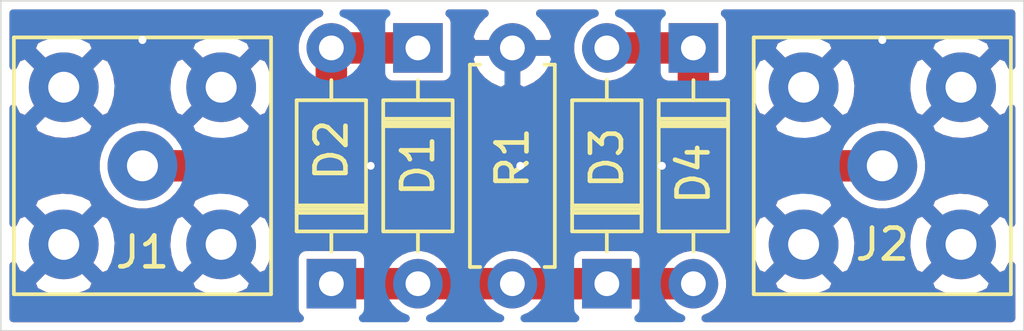
<source format=kicad_pcb>
(kicad_pcb (version 20171130) (host pcbnew "(5.1.5)-3")

  (general
    (thickness 1.6)
    (drawings 4)
    (tracks 17)
    (zones 0)
    (modules 7)
    (nets 5)
  )

  (page A4)
  (layers
    (0 F.Cu signal hide)
    (31 B.Cu signal hide)
    (32 B.Adhes user)
    (33 F.Adhes user)
    (34 B.Paste user)
    (35 F.Paste user)
    (36 B.SilkS user)
    (37 F.SilkS user)
    (38 B.Mask user)
    (39 F.Mask user)
    (40 Dwgs.User user)
    (41 Cmts.User user)
    (42 Eco1.User user)
    (43 Eco2.User user)
    (44 Edge.Cuts user)
    (45 Margin user)
    (46 B.CrtYd user)
    (47 F.CrtYd user)
    (48 B.Fab user)
    (49 F.Fab user hide)
  )

  (setup
    (last_trace_width 1.016)
    (user_trace_width 1.016)
    (trace_clearance 0.1524)
    (zone_clearance 0.508)
    (zone_45_only no)
    (trace_min 0.1524)
    (via_size 0.508)
    (via_drill 0.254)
    (via_min_size 0.508)
    (via_min_drill 0.254)
    (uvia_size 0.3)
    (uvia_drill 0.1)
    (uvias_allowed no)
    (uvia_min_size 0.2)
    (uvia_min_drill 0.1)
    (edge_width 0.05)
    (segment_width 0.2)
    (pcb_text_width 0.3)
    (pcb_text_size 1.5 1.5)
    (mod_edge_width 0.12)
    (mod_text_size 1 1)
    (mod_text_width 0.15)
    (pad_size 2.25 2.25)
    (pad_drill 1)
    (pad_to_mask_clearance 0.051)
    (solder_mask_min_width 0.25)
    (aux_axis_origin 0 0)
    (visible_elements FFFFFF7F)
    (pcbplotparams
      (layerselection 0x010fc_ffffffff)
      (usegerberextensions false)
      (usegerberattributes false)
      (usegerberadvancedattributes false)
      (creategerberjobfile false)
      (excludeedgelayer true)
      (linewidth 0.100000)
      (plotframeref false)
      (viasonmask false)
      (mode 1)
      (useauxorigin false)
      (hpglpennumber 1)
      (hpglpenspeed 20)
      (hpglpendiameter 15.000000)
      (psnegative false)
      (psa4output false)
      (plotreference true)
      (plotvalue true)
      (plotinvisibletext false)
      (padsonsilk false)
      (subtractmaskfromsilk false)
      (outputformat 1)
      (mirror false)
      (drillshape 1)
      (scaleselection 1)
      (outputdirectory ""))
  )

  (net 0 "")
  (net 1 "Net-(D1-Pad1)")
  (net 2 "Net-(D1-Pad2)")
  (net 3 "Net-(D3-Pad2)")
  (net 4 GND)

  (net_class Default "This is the default net class."
    (clearance 0.1524)
    (trace_width 0.1524)
    (via_dia 0.508)
    (via_drill 0.254)
    (uvia_dia 0.3)
    (uvia_drill 0.1)
    (add_net GND)
    (add_net "Net-(D1-Pad1)")
    (add_net "Net-(D1-Pad2)")
    (add_net "Net-(D3-Pad2)")
  )

  (module Diode_THT:D_DO-35_SOD27_P7.62mm_Horizontal (layer F.Cu) (tedit 5AE50CD5) (tstamp 5F7D4BF1)
    (at 141.224 98.298 270)
    (descr "Diode, DO-35_SOD27 series, Axial, Horizontal, pin pitch=7.62mm, , length*diameter=4*2mm^2, , http://www.diodes.com/_files/packages/DO-35.pdf")
    (tags "Diode DO-35_SOD27 series Axial Horizontal pin pitch 7.62mm  length 4mm diameter 2mm")
    (path /5F7D32C9)
    (fp_text reference D1 (at 3.81 0 90) (layer F.SilkS)
      (effects (font (size 1 1) (thickness 0.15)))
    )
    (fp_text value 1N4148 (at 3.81 2.12 90) (layer F.Fab)
      (effects (font (size 1 1) (thickness 0.15)))
    )
    (fp_line (start 1.81 -1) (end 1.81 1) (layer F.Fab) (width 0.1))
    (fp_line (start 1.81 1) (end 5.81 1) (layer F.Fab) (width 0.1))
    (fp_line (start 5.81 1) (end 5.81 -1) (layer F.Fab) (width 0.1))
    (fp_line (start 5.81 -1) (end 1.81 -1) (layer F.Fab) (width 0.1))
    (fp_line (start 0 0) (end 1.81 0) (layer F.Fab) (width 0.1))
    (fp_line (start 7.62 0) (end 5.81 0) (layer F.Fab) (width 0.1))
    (fp_line (start 2.41 -1) (end 2.41 1) (layer F.Fab) (width 0.1))
    (fp_line (start 2.51 -1) (end 2.51 1) (layer F.Fab) (width 0.1))
    (fp_line (start 2.31 -1) (end 2.31 1) (layer F.Fab) (width 0.1))
    (fp_line (start 1.69 -1.12) (end 1.69 1.12) (layer F.SilkS) (width 0.12))
    (fp_line (start 1.69 1.12) (end 5.93 1.12) (layer F.SilkS) (width 0.12))
    (fp_line (start 5.93 1.12) (end 5.93 -1.12) (layer F.SilkS) (width 0.12))
    (fp_line (start 5.93 -1.12) (end 1.69 -1.12) (layer F.SilkS) (width 0.12))
    (fp_line (start 1.04 0) (end 1.69 0) (layer F.SilkS) (width 0.12))
    (fp_line (start 6.58 0) (end 5.93 0) (layer F.SilkS) (width 0.12))
    (fp_line (start 2.41 -1.12) (end 2.41 1.12) (layer F.SilkS) (width 0.12))
    (fp_line (start 2.53 -1.12) (end 2.53 1.12) (layer F.SilkS) (width 0.12))
    (fp_line (start 2.29 -1.12) (end 2.29 1.12) (layer F.SilkS) (width 0.12))
    (fp_line (start -1.05 -1.25) (end -1.05 1.25) (layer F.CrtYd) (width 0.05))
    (fp_line (start -1.05 1.25) (end 8.67 1.25) (layer F.CrtYd) (width 0.05))
    (fp_line (start 8.67 1.25) (end 8.67 -1.25) (layer F.CrtYd) (width 0.05))
    (fp_line (start 8.67 -1.25) (end -1.05 -1.25) (layer F.CrtYd) (width 0.05))
    (fp_text user %R (at 4.11 0 90) (layer F.Fab)
      (effects (font (size 0.8 0.8) (thickness 0.12)))
    )
    (fp_text user K (at 0 -1.8 90) (layer F.Fab)
      (effects (font (size 1 1) (thickness 0.15)))
    )
    (pad 1 thru_hole rect (at 0 0 270) (size 1.6 1.6) (drill 0.8) (layers *.Cu *.Mask)
      (net 1 "Net-(D1-Pad1)"))
    (pad 2 thru_hole oval (at 7.62 0 270) (size 1.6 1.6) (drill 0.8) (layers *.Cu *.Mask)
      (net 2 "Net-(D1-Pad2)"))
    (model ${KISYS3DMOD}/Diode_THT.3dshapes/D_DO-35_SOD27_P7.62mm_Horizontal.wrl
      (at (xyz 0 0 0))
      (scale (xyz 1 1 1))
      (rotate (xyz 0 0 0))
    )
  )

  (module Diode_THT:D_DO-35_SOD27_P7.62mm_Horizontal (layer F.Cu) (tedit 5AE50CD5) (tstamp 5F7D4C10)
    (at 138.43 105.918 90)
    (descr "Diode, DO-35_SOD27 series, Axial, Horizontal, pin pitch=7.62mm, , length*diameter=4*2mm^2, , http://www.diodes.com/_files/packages/DO-35.pdf")
    (tags "Diode DO-35_SOD27 series Axial Horizontal pin pitch 7.62mm  length 4mm diameter 2mm")
    (path /5F7D502D)
    (fp_text reference D2 (at 4.318 0 90) (layer F.SilkS)
      (effects (font (size 1 1) (thickness 0.15)))
    )
    (fp_text value 1N4148 (at 3.81 2.12 90) (layer F.Fab)
      (effects (font (size 1 1) (thickness 0.15)))
    )
    (fp_text user K (at 0 -1.8 90) (layer F.Fab)
      (effects (font (size 1 1) (thickness 0.15)))
    )
    (fp_text user %R (at 4.11 0 90) (layer F.Fab)
      (effects (font (size 0.8 0.8) (thickness 0.12)))
    )
    (fp_line (start 8.67 -1.25) (end -1.05 -1.25) (layer F.CrtYd) (width 0.05))
    (fp_line (start 8.67 1.25) (end 8.67 -1.25) (layer F.CrtYd) (width 0.05))
    (fp_line (start -1.05 1.25) (end 8.67 1.25) (layer F.CrtYd) (width 0.05))
    (fp_line (start -1.05 -1.25) (end -1.05 1.25) (layer F.CrtYd) (width 0.05))
    (fp_line (start 2.29 -1.12) (end 2.29 1.12) (layer F.SilkS) (width 0.12))
    (fp_line (start 2.53 -1.12) (end 2.53 1.12) (layer F.SilkS) (width 0.12))
    (fp_line (start 2.41 -1.12) (end 2.41 1.12) (layer F.SilkS) (width 0.12))
    (fp_line (start 6.58 0) (end 5.93 0) (layer F.SilkS) (width 0.12))
    (fp_line (start 1.04 0) (end 1.69 0) (layer F.SilkS) (width 0.12))
    (fp_line (start 5.93 -1.12) (end 1.69 -1.12) (layer F.SilkS) (width 0.12))
    (fp_line (start 5.93 1.12) (end 5.93 -1.12) (layer F.SilkS) (width 0.12))
    (fp_line (start 1.69 1.12) (end 5.93 1.12) (layer F.SilkS) (width 0.12))
    (fp_line (start 1.69 -1.12) (end 1.69 1.12) (layer F.SilkS) (width 0.12))
    (fp_line (start 2.31 -1) (end 2.31 1) (layer F.Fab) (width 0.1))
    (fp_line (start 2.51 -1) (end 2.51 1) (layer F.Fab) (width 0.1))
    (fp_line (start 2.41 -1) (end 2.41 1) (layer F.Fab) (width 0.1))
    (fp_line (start 7.62 0) (end 5.81 0) (layer F.Fab) (width 0.1))
    (fp_line (start 0 0) (end 1.81 0) (layer F.Fab) (width 0.1))
    (fp_line (start 5.81 -1) (end 1.81 -1) (layer F.Fab) (width 0.1))
    (fp_line (start 5.81 1) (end 5.81 -1) (layer F.Fab) (width 0.1))
    (fp_line (start 1.81 1) (end 5.81 1) (layer F.Fab) (width 0.1))
    (fp_line (start 1.81 -1) (end 1.81 1) (layer F.Fab) (width 0.1))
    (pad 2 thru_hole oval (at 7.62 0 90) (size 1.6 1.6) (drill 0.8) (layers *.Cu *.Mask)
      (net 1 "Net-(D1-Pad1)"))
    (pad 1 thru_hole rect (at 0 0 90) (size 1.6 1.6) (drill 0.8) (layers *.Cu *.Mask)
      (net 2 "Net-(D1-Pad2)"))
    (model ${KISYS3DMOD}/Diode_THT.3dshapes/D_DO-35_SOD27_P7.62mm_Horizontal.wrl
      (at (xyz 0 0 0))
      (scale (xyz 1 1 1))
      (rotate (xyz 0 0 0))
    )
  )

  (module Diode_THT:D_DO-35_SOD27_P7.62mm_Horizontal (layer F.Cu) (tedit 5AE50CD5) (tstamp 5F7D4C2F)
    (at 147.32 105.918 90)
    (descr "Diode, DO-35_SOD27 series, Axial, Horizontal, pin pitch=7.62mm, , length*diameter=4*2mm^2, , http://www.diodes.com/_files/packages/DO-35.pdf")
    (tags "Diode DO-35_SOD27 series Axial Horizontal pin pitch 7.62mm  length 4mm diameter 2mm")
    (path /5F7D7339)
    (fp_text reference D3 (at 4.064 0 90) (layer F.SilkS)
      (effects (font (size 1 1) (thickness 0.15)))
    )
    (fp_text value 1N4148 (at 3.81 2.12 90) (layer F.Fab)
      (effects (font (size 1 1) (thickness 0.15)))
    )
    (fp_text user K (at 0 -1.8 90) (layer F.Fab)
      (effects (font (size 1 1) (thickness 0.15)))
    )
    (fp_text user %R (at 4.11 0 90) (layer F.Fab)
      (effects (font (size 0.8 0.8) (thickness 0.12)))
    )
    (fp_line (start 8.67 -1.25) (end -1.05 -1.25) (layer F.CrtYd) (width 0.05))
    (fp_line (start 8.67 1.25) (end 8.67 -1.25) (layer F.CrtYd) (width 0.05))
    (fp_line (start -1.05 1.25) (end 8.67 1.25) (layer F.CrtYd) (width 0.05))
    (fp_line (start -1.05 -1.25) (end -1.05 1.25) (layer F.CrtYd) (width 0.05))
    (fp_line (start 2.29 -1.12) (end 2.29 1.12) (layer F.SilkS) (width 0.12))
    (fp_line (start 2.53 -1.12) (end 2.53 1.12) (layer F.SilkS) (width 0.12))
    (fp_line (start 2.41 -1.12) (end 2.41 1.12) (layer F.SilkS) (width 0.12))
    (fp_line (start 6.58 0) (end 5.93 0) (layer F.SilkS) (width 0.12))
    (fp_line (start 1.04 0) (end 1.69 0) (layer F.SilkS) (width 0.12))
    (fp_line (start 5.93 -1.12) (end 1.69 -1.12) (layer F.SilkS) (width 0.12))
    (fp_line (start 5.93 1.12) (end 5.93 -1.12) (layer F.SilkS) (width 0.12))
    (fp_line (start 1.69 1.12) (end 5.93 1.12) (layer F.SilkS) (width 0.12))
    (fp_line (start 1.69 -1.12) (end 1.69 1.12) (layer F.SilkS) (width 0.12))
    (fp_line (start 2.31 -1) (end 2.31 1) (layer F.Fab) (width 0.1))
    (fp_line (start 2.51 -1) (end 2.51 1) (layer F.Fab) (width 0.1))
    (fp_line (start 2.41 -1) (end 2.41 1) (layer F.Fab) (width 0.1))
    (fp_line (start 7.62 0) (end 5.81 0) (layer F.Fab) (width 0.1))
    (fp_line (start 0 0) (end 1.81 0) (layer F.Fab) (width 0.1))
    (fp_line (start 5.81 -1) (end 1.81 -1) (layer F.Fab) (width 0.1))
    (fp_line (start 5.81 1) (end 5.81 -1) (layer F.Fab) (width 0.1))
    (fp_line (start 1.81 1) (end 5.81 1) (layer F.Fab) (width 0.1))
    (fp_line (start 1.81 -1) (end 1.81 1) (layer F.Fab) (width 0.1))
    (pad 2 thru_hole oval (at 7.62 0 90) (size 1.6 1.6) (drill 0.8) (layers *.Cu *.Mask)
      (net 3 "Net-(D3-Pad2)"))
    (pad 1 thru_hole rect (at 0 0 90) (size 1.6 1.6) (drill 0.8) (layers *.Cu *.Mask)
      (net 2 "Net-(D1-Pad2)"))
    (model ${KISYS3DMOD}/Diode_THT.3dshapes/D_DO-35_SOD27_P7.62mm_Horizontal.wrl
      (at (xyz 0 0 0))
      (scale (xyz 1 1 1))
      (rotate (xyz 0 0 0))
    )
  )

  (module Diode_THT:D_DO-35_SOD27_P7.62mm_Horizontal (layer F.Cu) (tedit 5AE50CD5) (tstamp 5F7D4C4E)
    (at 150.114 98.298 270)
    (descr "Diode, DO-35_SOD27 series, Axial, Horizontal, pin pitch=7.62mm, , length*diameter=4*2mm^2, , http://www.diodes.com/_files/packages/DO-35.pdf")
    (tags "Diode DO-35_SOD27 series Axial Horizontal pin pitch 7.62mm  length 4mm diameter 2mm")
    (path /5F7D5698)
    (fp_text reference D4 (at 4.064 0 90) (layer F.SilkS)
      (effects (font (size 1 1) (thickness 0.15)))
    )
    (fp_text value 1N4148 (at 3.81 2.12 90) (layer F.Fab)
      (effects (font (size 1 1) (thickness 0.15)))
    )
    (fp_line (start 1.81 -1) (end 1.81 1) (layer F.Fab) (width 0.1))
    (fp_line (start 1.81 1) (end 5.81 1) (layer F.Fab) (width 0.1))
    (fp_line (start 5.81 1) (end 5.81 -1) (layer F.Fab) (width 0.1))
    (fp_line (start 5.81 -1) (end 1.81 -1) (layer F.Fab) (width 0.1))
    (fp_line (start 0 0) (end 1.81 0) (layer F.Fab) (width 0.1))
    (fp_line (start 7.62 0) (end 5.81 0) (layer F.Fab) (width 0.1))
    (fp_line (start 2.41 -1) (end 2.41 1) (layer F.Fab) (width 0.1))
    (fp_line (start 2.51 -1) (end 2.51 1) (layer F.Fab) (width 0.1))
    (fp_line (start 2.31 -1) (end 2.31 1) (layer F.Fab) (width 0.1))
    (fp_line (start 1.69 -1.12) (end 1.69 1.12) (layer F.SilkS) (width 0.12))
    (fp_line (start 1.69 1.12) (end 5.93 1.12) (layer F.SilkS) (width 0.12))
    (fp_line (start 5.93 1.12) (end 5.93 -1.12) (layer F.SilkS) (width 0.12))
    (fp_line (start 5.93 -1.12) (end 1.69 -1.12) (layer F.SilkS) (width 0.12))
    (fp_line (start 1.04 0) (end 1.69 0) (layer F.SilkS) (width 0.12))
    (fp_line (start 6.58 0) (end 5.93 0) (layer F.SilkS) (width 0.12))
    (fp_line (start 2.41 -1.12) (end 2.41 1.12) (layer F.SilkS) (width 0.12))
    (fp_line (start 2.53 -1.12) (end 2.53 1.12) (layer F.SilkS) (width 0.12))
    (fp_line (start 2.29 -1.12) (end 2.29 1.12) (layer F.SilkS) (width 0.12))
    (fp_line (start -1.05 -1.25) (end -1.05 1.25) (layer F.CrtYd) (width 0.05))
    (fp_line (start -1.05 1.25) (end 8.67 1.25) (layer F.CrtYd) (width 0.05))
    (fp_line (start 8.67 1.25) (end 8.67 -1.25) (layer F.CrtYd) (width 0.05))
    (fp_line (start 8.67 -1.25) (end -1.05 -1.25) (layer F.CrtYd) (width 0.05))
    (fp_text user %R (at 4.11 0 90) (layer F.Fab)
      (effects (font (size 0.8 0.8) (thickness 0.12)))
    )
    (fp_text user K (at 0 -1.8 90) (layer F.Fab)
      (effects (font (size 1 1) (thickness 0.15)))
    )
    (pad 1 thru_hole rect (at 0 0 270) (size 1.6 1.6) (drill 0.8) (layers *.Cu *.Mask)
      (net 3 "Net-(D3-Pad2)"))
    (pad 2 thru_hole oval (at 7.62 0 270) (size 1.6 1.6) (drill 0.8) (layers *.Cu *.Mask)
      (net 2 "Net-(D1-Pad2)"))
    (model ${KISYS3DMOD}/Diode_THT.3dshapes/D_DO-35_SOD27_P7.62mm_Horizontal.wrl
      (at (xyz 0 0 0))
      (scale (xyz 1 1 1))
      (rotate (xyz 0 0 0))
    )
  )

  (module Connector_Coaxial:SMA_Amphenol_132203-12_Horizontal (layer F.Cu) (tedit 5F7D4D17) (tstamp 5F7D4C7C)
    (at 132.334 102.108 90)
    (descr https://www.amphenolrf.com/media/downloads/1769/132203-12.pdf)
    (tags "SMA THT Female Jack Horizontal")
    (path /5F7D9DF6)
    (fp_text reference J1 (at -2.794 0) (layer F.SilkS)
      (effects (font (size 1 1) (thickness 0.15)))
    )
    (fp_text value Conn_Coaxial (at 0 5 90) (layer F.Fab)
      (effects (font (size 1 1) (thickness 0.15)))
    )
    (fp_line (start -3.175 -18) (end 3.175 -18.706) (layer F.Fab) (width 0.1))
    (fp_line (start -4 -4) (end 4 -4) (layer F.Fab) (width 0.1))
    (fp_line (start -3.9 -5.07) (end -3.9 -4) (layer F.Fab) (width 0.1))
    (fp_line (start 3.9 -5.07) (end -3.9 -5.07) (layer F.Fab) (width 0.1))
    (fp_line (start 3.9 -4) (end 3.9 -5.07) (layer F.Fab) (width 0.1))
    (fp_line (start 3.175 -19.5) (end 3.175 -5.07) (layer F.Fab) (width 0.1))
    (fp_line (start -3.175 -19.5) (end -3.175 -5.07) (layer F.Fab) (width 0.1))
    (fp_line (start -3.175 -19.5) (end 3.175 -19.5) (layer F.Fab) (width 0.1))
    (fp_text user %R (at 0 0 90) (layer F.Fab)
      (effects (font (size 1 1) (thickness 0.15)))
    )
    (fp_line (start -4.15 -4.15) (end 4.15 -4.15) (layer F.SilkS) (width 0.12))
    (fp_line (start -4.15 4.15) (end 4.15 4.15) (layer F.SilkS) (width 0.12))
    (fp_line (start 4.15 -4.15) (end 4.15 4.15) (layer F.SilkS) (width 0.12))
    (fp_line (start -4.15 -4.15) (end -4.15 4.15) (layer F.SilkS) (width 0.12))
    (fp_line (start 4 -4) (end 4 4) (layer F.Fab) (width 0.1))
    (fp_line (start -4 4) (end 4 4) (layer F.Fab) (width 0.1))
    (fp_line (start -4 -4) (end -4 4) (layer F.Fab) (width 0.1))
    (fp_line (start -4.5 -20) (end 4.5 -20) (layer F.CrtYd) (width 0.05))
    (fp_line (start -4.5 -20) (end -4.5 4.5) (layer F.CrtYd) (width 0.05))
    (fp_line (start 4.5 4.5) (end 4.5 -20) (layer F.CrtYd) (width 0.05))
    (fp_line (start 4.5 4.5) (end -4.5 4.5) (layer F.CrtYd) (width 0.05))
    (fp_line (start -3.175 -17.294) (end 3.175 -18) (layer F.Fab) (width 0.1))
    (fp_line (start -3.175 -16.588) (end 3.175 -17.294) (layer F.Fab) (width 0.1))
    (fp_line (start -3.175 -15.882) (end 3.175 -16.588) (layer F.Fab) (width 0.1))
    (fp_line (start -3.175 -15.176) (end 3.175 -15.882) (layer F.Fab) (width 0.1))
    (fp_line (start -3.175 -14.47) (end 3.175 -15.176) (layer F.Fab) (width 0.1))
    (fp_line (start -3.175 -13.764) (end 3.175 -14.47) (layer F.Fab) (width 0.1))
    (fp_line (start -3.175 -13.058) (end 3.175 -13.764) (layer F.Fab) (width 0.1))
    (fp_line (start -3.175 -12.352) (end 3.175 -13.058) (layer F.Fab) (width 0.1))
    (fp_line (start -3.175 -11.646) (end 3.175 -12.352) (layer F.Fab) (width 0.1))
    (fp_line (start -3.175 -10.94) (end 3.175 -11.646) (layer F.Fab) (width 0.1))
    (fp_line (start -3.175 -10.234) (end 3.175 -10.94) (layer F.Fab) (width 0.1))
    (fp_line (start -3.175 -9.528) (end 3.175 -10.234) (layer F.Fab) (width 0.1))
    (fp_line (start -3.175 -8.822) (end 3.175 -9.528) (layer F.Fab) (width 0.1))
    (fp_line (start -3.175 -8.116) (end 3.175 -8.822) (layer F.Fab) (width 0.1))
    (fp_line (start -3.175 -7.41) (end 3.175 -8.116) (layer F.Fab) (width 0.1))
    (fp_line (start -3.175 -6.704) (end 3.175 -7.41) (layer F.Fab) (width 0.1))
    (fp_line (start -3.175 -5.998) (end 3.175 -6.704) (layer F.Fab) (width 0.1))
    (pad 2 thru_hole circle (at -2.54 2.54 90) (size 2.25 2.25) (drill 1) (layers *.Cu *.Mask)
      (net 4 GND))
    (pad 2 thru_hole circle (at -2.54 -2.54 90) (size 2.25 2.25) (drill 1) (layers *.Cu *.Mask)
      (net 4 GND))
    (pad 2 thru_hole circle (at 2.54 -2.54 90) (size 2.25 2.25) (drill 1) (layers *.Cu *.Mask)
      (net 4 GND))
    (pad 2 thru_hole circle (at 2.54 2.54 180) (size 2.25 2.25) (drill 1) (layers *.Cu *.Mask)
      (net 4 GND))
    (pad 1 thru_hole circle (at 0 0 90) (size 2.25 2.25) (drill 1) (layers *.Cu *.Mask)
      (net 1 "Net-(D1-Pad1)"))
    (model ${KISYS3DMOD}/Connector_Coaxial.3dshapes/SMA_Amphenol_132203-12_Horizontal.wrl
      (at (xyz 0 0 0))
      (scale (xyz 1 1 1))
      (rotate (xyz 0 0 0))
    )
  )

  (module Connector_Coaxial:SMA_Amphenol_132203-12_Horizontal (layer F.Cu) (tedit 5F7D4D3A) (tstamp 5F7D4CAA)
    (at 156.21 102.108 270)
    (descr https://www.amphenolrf.com/media/downloads/1769/132203-12.pdf)
    (tags "SMA THT Female Jack Horizontal")
    (path /5F7DBDE1)
    (fp_text reference J2 (at 2.54 0) (layer F.SilkS)
      (effects (font (size 1 1) (thickness 0.15)))
    )
    (fp_text value Conn_Coaxial (at 0 5 90) (layer F.Fab)
      (effects (font (size 1 1) (thickness 0.15)))
    )
    (fp_line (start -3.175 -5.998) (end 3.175 -6.704) (layer F.Fab) (width 0.1))
    (fp_line (start -3.175 -6.704) (end 3.175 -7.41) (layer F.Fab) (width 0.1))
    (fp_line (start -3.175 -7.41) (end 3.175 -8.116) (layer F.Fab) (width 0.1))
    (fp_line (start -3.175 -8.116) (end 3.175 -8.822) (layer F.Fab) (width 0.1))
    (fp_line (start -3.175 -8.822) (end 3.175 -9.528) (layer F.Fab) (width 0.1))
    (fp_line (start -3.175 -9.528) (end 3.175 -10.234) (layer F.Fab) (width 0.1))
    (fp_line (start -3.175 -10.234) (end 3.175 -10.94) (layer F.Fab) (width 0.1))
    (fp_line (start -3.175 -10.94) (end 3.175 -11.646) (layer F.Fab) (width 0.1))
    (fp_line (start -3.175 -11.646) (end 3.175 -12.352) (layer F.Fab) (width 0.1))
    (fp_line (start -3.175 -12.352) (end 3.175 -13.058) (layer F.Fab) (width 0.1))
    (fp_line (start -3.175 -13.058) (end 3.175 -13.764) (layer F.Fab) (width 0.1))
    (fp_line (start -3.175 -13.764) (end 3.175 -14.47) (layer F.Fab) (width 0.1))
    (fp_line (start -3.175 -14.47) (end 3.175 -15.176) (layer F.Fab) (width 0.1))
    (fp_line (start -3.175 -15.176) (end 3.175 -15.882) (layer F.Fab) (width 0.1))
    (fp_line (start -3.175 -15.882) (end 3.175 -16.588) (layer F.Fab) (width 0.1))
    (fp_line (start -3.175 -16.588) (end 3.175 -17.294) (layer F.Fab) (width 0.1))
    (fp_line (start -3.175 -17.294) (end 3.175 -18) (layer F.Fab) (width 0.1))
    (fp_line (start 4.5 4.5) (end -4.5 4.5) (layer F.CrtYd) (width 0.05))
    (fp_line (start 4.5 4.5) (end 4.5 -20) (layer F.CrtYd) (width 0.05))
    (fp_line (start -4.5 -20) (end -4.5 4.5) (layer F.CrtYd) (width 0.05))
    (fp_line (start -4.5 -20) (end 4.5 -20) (layer F.CrtYd) (width 0.05))
    (fp_line (start -4 -4) (end -4 4) (layer F.Fab) (width 0.1))
    (fp_line (start -4 4) (end 4 4) (layer F.Fab) (width 0.1))
    (fp_line (start 4 -4) (end 4 4) (layer F.Fab) (width 0.1))
    (fp_line (start -4.15 -4.15) (end -4.15 4.15) (layer F.SilkS) (width 0.12))
    (fp_line (start 4.15 -4.15) (end 4.15 4.15) (layer F.SilkS) (width 0.12))
    (fp_line (start -4.15 4.15) (end 4.15 4.15) (layer F.SilkS) (width 0.12))
    (fp_line (start -4.15 -4.15) (end 4.15 -4.15) (layer F.SilkS) (width 0.12))
    (fp_text user %R (at 0 0 90) (layer F.Fab)
      (effects (font (size 1 1) (thickness 0.15)))
    )
    (fp_line (start -3.175 -19.5) (end 3.175 -19.5) (layer F.Fab) (width 0.1))
    (fp_line (start -3.175 -19.5) (end -3.175 -5.07) (layer F.Fab) (width 0.1))
    (fp_line (start 3.175 -19.5) (end 3.175 -5.07) (layer F.Fab) (width 0.1))
    (fp_line (start 3.9 -4) (end 3.9 -5.07) (layer F.Fab) (width 0.1))
    (fp_line (start 3.9 -5.07) (end -3.9 -5.07) (layer F.Fab) (width 0.1))
    (fp_line (start -3.9 -5.07) (end -3.9 -4) (layer F.Fab) (width 0.1))
    (fp_line (start -4 -4) (end 4 -4) (layer F.Fab) (width 0.1))
    (fp_line (start -3.175 -18) (end 3.175 -18.706) (layer F.Fab) (width 0.1))
    (pad 1 thru_hole circle (at 0 0 270) (size 2.25 2.25) (drill 1) (layers *.Cu *.Mask)
      (net 3 "Net-(D3-Pad2)"))
    (pad 2 thru_hole circle (at 2.54 2.54) (size 2.25 2.25) (drill 1) (layers *.Cu *.Mask)
      (net 4 GND))
    (pad 2 thru_hole circle (at 2.54 -2.54 270) (size 2.25 2.25) (drill 1) (layers *.Cu *.Mask)
      (net 4 GND))
    (pad 2 thru_hole circle (at -2.54 -2.54 270) (size 2.25 2.25) (drill 1) (layers *.Cu *.Mask)
      (net 4 GND))
    (pad 2 thru_hole circle (at -2.54 2.54 270) (size 2.25 2.25) (drill 1) (layers *.Cu *.Mask)
      (net 4 GND))
    (model ${KISYS3DMOD}/Connector_Coaxial.3dshapes/SMA_Amphenol_132203-12_Horizontal.wrl
      (at (xyz 0 0 0))
      (scale (xyz 1 1 1))
      (rotate (xyz 0 0 0))
    )
  )

  (module Resistor_THT:R_Axial_DIN0207_L6.3mm_D2.5mm_P7.62mm_Horizontal (layer F.Cu) (tedit 5AE5139B) (tstamp 5F7D4CC1)
    (at 144.272 105.918 90)
    (descr "Resistor, Axial_DIN0207 series, Axial, Horizontal, pin pitch=7.62mm, 0.25W = 1/4W, length*diameter=6.3*2.5mm^2, http://cdn-reichelt.de/documents/datenblatt/B400/1_4W%23YAG.pdf")
    (tags "Resistor Axial_DIN0207 series Axial Horizontal pin pitch 7.62mm 0.25W = 1/4W length 6.3mm diameter 2.5mm")
    (path /5F7D7E91)
    (fp_text reference R1 (at 4.064 0 90) (layer F.SilkS)
      (effects (font (size 1 1) (thickness 0.15)))
    )
    (fp_text value 10k (at 3.81 2.37 90) (layer F.Fab)
      (effects (font (size 1 1) (thickness 0.15)))
    )
    (fp_line (start 0.66 -1.25) (end 0.66 1.25) (layer F.Fab) (width 0.1))
    (fp_line (start 0.66 1.25) (end 6.96 1.25) (layer F.Fab) (width 0.1))
    (fp_line (start 6.96 1.25) (end 6.96 -1.25) (layer F.Fab) (width 0.1))
    (fp_line (start 6.96 -1.25) (end 0.66 -1.25) (layer F.Fab) (width 0.1))
    (fp_line (start 0 0) (end 0.66 0) (layer F.Fab) (width 0.1))
    (fp_line (start 7.62 0) (end 6.96 0) (layer F.Fab) (width 0.1))
    (fp_line (start 0.54 -1.04) (end 0.54 -1.37) (layer F.SilkS) (width 0.12))
    (fp_line (start 0.54 -1.37) (end 7.08 -1.37) (layer F.SilkS) (width 0.12))
    (fp_line (start 7.08 -1.37) (end 7.08 -1.04) (layer F.SilkS) (width 0.12))
    (fp_line (start 0.54 1.04) (end 0.54 1.37) (layer F.SilkS) (width 0.12))
    (fp_line (start 0.54 1.37) (end 7.08 1.37) (layer F.SilkS) (width 0.12))
    (fp_line (start 7.08 1.37) (end 7.08 1.04) (layer F.SilkS) (width 0.12))
    (fp_line (start -1.05 -1.5) (end -1.05 1.5) (layer F.CrtYd) (width 0.05))
    (fp_line (start -1.05 1.5) (end 8.67 1.5) (layer F.CrtYd) (width 0.05))
    (fp_line (start 8.67 1.5) (end 8.67 -1.5) (layer F.CrtYd) (width 0.05))
    (fp_line (start 8.67 -1.5) (end -1.05 -1.5) (layer F.CrtYd) (width 0.05))
    (fp_text user %R (at 3.81 0 90) (layer F.Fab)
      (effects (font (size 1 1) (thickness 0.15)))
    )
    (pad 1 thru_hole circle (at 0 0 90) (size 1.6 1.6) (drill 0.8) (layers *.Cu *.Mask)
      (net 2 "Net-(D1-Pad2)"))
    (pad 2 thru_hole oval (at 7.62 0 90) (size 1.6 1.6) (drill 0.8) (layers *.Cu *.Mask)
      (net 4 GND))
    (model ${KISYS3DMOD}/Resistor_THT.3dshapes/R_Axial_DIN0207_L6.3mm_D2.5mm_P7.62mm_Horizontal.wrl
      (at (xyz 0 0 0))
      (scale (xyz 1 1 1))
      (rotate (xyz 0 0 0))
    )
  )

  (gr_line (start 127.762 107.442) (end 127.762 96.774) (layer Edge.Cuts) (width 0.05) (tstamp 5F7D5C15))
  (gr_line (start 160.782 107.442) (end 127.762 107.442) (layer Edge.Cuts) (width 0.05))
  (gr_line (start 160.782 96.774) (end 160.782 107.442) (layer Edge.Cuts) (width 0.05))
  (gr_line (start 127.762 96.774) (end 160.782 96.774) (layer Edge.Cuts) (width 0.05))

  (segment (start 138.43 98.298) (end 141.224 98.298) (width 1.016) (layer F.Cu) (net 1))
  (segment (start 132.334 102.108) (end 136.398 102.108) (width 1.016) (layer F.Cu) (net 1))
  (segment (start 138.43 100.076) (end 138.43 98.298) (width 1.016) (layer F.Cu) (net 1))
  (segment (start 136.398 102.108) (end 138.43 100.076) (width 1.016) (layer F.Cu) (net 1))
  (segment (start 138.43 105.918) (end 141.224 105.918) (width 1.016) (layer F.Cu) (net 2))
  (segment (start 141.224 105.918) (end 144.272 105.918) (width 1.016) (layer F.Cu) (net 2))
  (segment (start 144.272 105.918) (end 147.32 105.918) (width 1.016) (layer F.Cu) (net 2))
  (segment (start 147.32 105.918) (end 150.114 105.918) (width 1.016) (layer F.Cu) (net 2))
  (segment (start 147.32 98.298) (end 150.114 98.298) (width 1.016) (layer F.Cu) (net 3))
  (segment (start 150.114 100.114) (end 150.114 98.298) (width 1.016) (layer F.Cu) (net 3))
  (segment (start 152.108 102.108) (end 150.114 100.114) (width 1.016) (layer F.Cu) (net 3))
  (segment (start 156.21 102.108) (end 152.108 102.108) (width 1.016) (layer F.Cu) (net 3))
  (via (at 149.098 102.108) (size 0.508) (drill 0.254) (layers F.Cu B.Cu) (net 4))
  (via (at 139.7 102.108) (size 0.508) (drill 0.254) (layers F.Cu B.Cu) (net 4))
  (via (at 144.526 102.108) (size 0.508) (drill 0.254) (layers F.Cu B.Cu) (net 4))
  (via (at 132.334 98.044) (size 0.508) (drill 0.254) (layers F.Cu B.Cu) (net 4))
  (via (at 156.21 98.044) (size 0.508) (drill 0.254) (layers F.Cu B.Cu) (net 4))

  (zone (net 4) (net_name GND) (layer F.Cu) (tstamp 5F7D5C88) (hatch edge 0.508)
    (connect_pads (clearance 0.254))
    (min_thickness 0.254)
    (fill yes (arc_segments 32) (thermal_gap 0.508) (thermal_bridge_width 0.508))
    (polygon
      (pts
        (xy 161.036 107.696) (xy 127.508 107.696) (xy 127.508 96.52) (xy 161.036 96.52)
      )
    )
    (filled_polygon
      (pts
        (xy 137.870587 97.251412) (xy 137.677157 97.380658) (xy 137.512658 97.545157) (xy 137.383412 97.738587) (xy 137.294386 97.953515)
        (xy 137.249 98.181682) (xy 137.249 98.414318) (xy 137.294386 98.642485) (xy 137.383412 98.857413) (xy 137.512658 99.050843)
        (xy 137.541001 99.079186) (xy 137.541 99.707764) (xy 136.029765 101.219) (xy 135.485701 101.219) (xy 135.603685 101.178966)
        (xy 135.808079 101.069714) (xy 135.918926 100.792531) (xy 134.874 99.747605) (xy 133.829074 100.792531) (xy 133.939921 101.069714)
        (xy 134.242551 101.219) (xy 133.55124 101.219) (xy 133.503787 101.147981) (xy 133.294019 100.938213) (xy 133.047359 100.7734)
        (xy 132.773284 100.659875) (xy 132.482328 100.602) (xy 132.185672 100.602) (xy 131.894716 100.659875) (xy 131.620641 100.7734)
        (xy 131.373981 100.938213) (xy 131.164213 101.147981) (xy 130.9994 101.394641) (xy 130.885875 101.668716) (xy 130.828 101.959672)
        (xy 130.828 102.256328) (xy 130.885875 102.547284) (xy 130.9994 102.821359) (xy 131.164213 103.068019) (xy 131.373981 103.277787)
        (xy 131.620641 103.4426) (xy 131.894716 103.556125) (xy 132.185672 103.614) (xy 132.482328 103.614) (xy 132.773284 103.556125)
        (xy 133.047359 103.4426) (xy 133.294019 103.277787) (xy 133.503787 103.068019) (xy 133.55124 102.997) (xy 134.262299 102.997)
        (xy 134.144315 103.037034) (xy 133.939921 103.146286) (xy 133.829074 103.423469) (xy 134.874 104.468395) (xy 135.918926 103.423469)
        (xy 135.808079 103.146286) (xy 135.505449 102.997) (xy 136.35434 102.997) (xy 136.398 103.0013) (xy 136.44166 102.997)
        (xy 136.441667 102.997) (xy 136.572274 102.984136) (xy 136.739851 102.933303) (xy 136.894291 102.850753) (xy 137.029659 102.739659)
        (xy 137.057499 102.705736) (xy 139.027743 100.735493) (xy 139.061659 100.707659) (xy 139.100875 100.659875) (xy 139.172752 100.572292)
        (xy 139.172754 100.57229) (xy 139.255303 100.417851) (xy 139.306136 100.250274) (xy 139.319 100.119667) (xy 139.319 100.11966)
        (xy 139.3233 100.076) (xy 139.319 100.03234) (xy 139.319 99.187) (xy 140.052854 99.187) (xy 140.070299 99.244508)
        (xy 140.105678 99.310696) (xy 140.153289 99.368711) (xy 140.211304 99.416322) (xy 140.277492 99.451701) (xy 140.349311 99.473487)
        (xy 140.424 99.480843) (xy 142.024 99.480843) (xy 142.098689 99.473487) (xy 142.170508 99.451701) (xy 142.236696 99.416322)
        (xy 142.294711 99.368711) (xy 142.342322 99.310696) (xy 142.377701 99.244508) (xy 142.399487 99.172689) (xy 142.406843 99.098)
        (xy 142.406843 98.64704) (xy 142.880091 98.64704) (xy 142.97493 98.911881) (xy 143.119615 99.153131) (xy 143.308586 99.361519)
        (xy 143.53458 99.529037) (xy 143.788913 99.649246) (xy 143.922961 99.689904) (xy 144.145 99.567915) (xy 144.145 98.425)
        (xy 144.399 98.425) (xy 144.399 99.567915) (xy 144.621039 99.689904) (xy 144.755087 99.649246) (xy 145.00942 99.529037)
        (xy 145.235414 99.361519) (xy 145.424385 99.153131) (xy 145.56907 98.911881) (xy 145.663909 98.64704) (xy 145.542624 98.425)
        (xy 144.399 98.425) (xy 144.145 98.425) (xy 143.001376 98.425) (xy 142.880091 98.64704) (xy 142.406843 98.64704)
        (xy 142.406843 97.498) (xy 142.399487 97.423311) (xy 142.377701 97.351492) (xy 142.342322 97.285304) (xy 142.294711 97.227289)
        (xy 142.237088 97.18) (xy 143.382085 97.18) (xy 143.308586 97.234481) (xy 143.119615 97.442869) (xy 142.97493 97.684119)
        (xy 142.880091 97.94896) (xy 143.001376 98.171) (xy 144.145 98.171) (xy 144.145 98.151) (xy 144.399 98.151)
        (xy 144.399 98.171) (xy 145.542624 98.171) (xy 145.663909 97.94896) (xy 145.56907 97.684119) (xy 145.424385 97.442869)
        (xy 145.235414 97.234481) (xy 145.161915 97.18) (xy 146.932991 97.18) (xy 146.760587 97.251412) (xy 146.567157 97.380658)
        (xy 146.402658 97.545157) (xy 146.273412 97.738587) (xy 146.184386 97.953515) (xy 146.139 98.181682) (xy 146.139 98.414318)
        (xy 146.184386 98.642485) (xy 146.273412 98.857413) (xy 146.402658 99.050843) (xy 146.567157 99.215342) (xy 146.760587 99.344588)
        (xy 146.975515 99.433614) (xy 147.203682 99.479) (xy 147.436318 99.479) (xy 147.664485 99.433614) (xy 147.879413 99.344588)
        (xy 148.072843 99.215342) (xy 148.101185 99.187) (xy 148.942854 99.187) (xy 148.960299 99.244508) (xy 148.995678 99.310696)
        (xy 149.043289 99.368711) (xy 149.101304 99.416322) (xy 149.167492 99.451701) (xy 149.225 99.469146) (xy 149.225 100.07034)
        (xy 149.2207 100.114) (xy 149.225 100.15766) (xy 149.225 100.157666) (xy 149.237864 100.288273) (xy 149.288697 100.45585)
        (xy 149.371247 100.61029) (xy 149.482341 100.745659) (xy 149.516264 100.773499) (xy 151.448506 102.705742) (xy 151.476341 102.739659)
        (xy 151.611709 102.850753) (xy 151.766149 102.933303) (xy 151.860758 102.962002) (xy 151.933725 102.984136) (xy 151.950325 102.985771)
        (xy 152.064333 102.997) (xy 152.06434 102.997) (xy 152.108 103.0013) (xy 152.15166 102.997) (xy 153.058299 102.997)
        (xy 152.940315 103.037034) (xy 152.735921 103.146286) (xy 152.625074 103.423469) (xy 153.67 104.468395) (xy 154.714926 103.423469)
        (xy 154.604079 103.146286) (xy 154.301449 102.997) (xy 154.99276 102.997) (xy 155.040213 103.068019) (xy 155.249981 103.277787)
        (xy 155.496641 103.4426) (xy 155.770716 103.556125) (xy 156.061672 103.614) (xy 156.358328 103.614) (xy 156.649284 103.556125)
        (xy 156.923359 103.4426) (xy 156.95199 103.423469) (xy 157.705074 103.423469) (xy 158.75 104.468395) (xy 159.794926 103.423469)
        (xy 159.684079 103.146286) (xy 159.37316 102.992911) (xy 159.038295 102.90314) (xy 158.69235 102.880424) (xy 158.34862 102.925634)
        (xy 158.020315 103.037034) (xy 157.815921 103.146286) (xy 157.705074 103.423469) (xy 156.95199 103.423469) (xy 157.170019 103.277787)
        (xy 157.379787 103.068019) (xy 157.5446 102.821359) (xy 157.658125 102.547284) (xy 157.716 102.256328) (xy 157.716 101.959672)
        (xy 157.658125 101.668716) (xy 157.5446 101.394641) (xy 157.379787 101.147981) (xy 157.170019 100.938213) (xy 156.951991 100.792531)
        (xy 157.705074 100.792531) (xy 157.815921 101.069714) (xy 158.12684 101.223089) (xy 158.461705 101.31286) (xy 158.80765 101.335576)
        (xy 159.15138 101.290366) (xy 159.479685 101.178966) (xy 159.684079 101.069714) (xy 159.794926 100.792531) (xy 158.75 99.747605)
        (xy 157.705074 100.792531) (xy 156.951991 100.792531) (xy 156.923359 100.7734) (xy 156.649284 100.659875) (xy 156.358328 100.602)
        (xy 156.061672 100.602) (xy 155.770716 100.659875) (xy 155.496641 100.7734) (xy 155.249981 100.938213) (xy 155.040213 101.147981)
        (xy 154.99276 101.219) (xy 154.281701 101.219) (xy 154.399685 101.178966) (xy 154.604079 101.069714) (xy 154.714926 100.792531)
        (xy 153.67 99.747605) (xy 152.625074 100.792531) (xy 152.735921 101.069714) (xy 153.038551 101.219) (xy 152.476236 101.219)
        (xy 151.003 99.745765) (xy 151.003 99.62565) (xy 151.902424 99.62565) (xy 151.947634 99.96938) (xy 152.059034 100.297685)
        (xy 152.168286 100.502079) (xy 152.445469 100.612926) (xy 153.490395 99.568) (xy 153.849605 99.568) (xy 154.894531 100.612926)
        (xy 155.171714 100.502079) (xy 155.325089 100.19116) (xy 155.41486 99.856295) (xy 155.430004 99.62565) (xy 156.982424 99.62565)
        (xy 157.027634 99.96938) (xy 157.139034 100.297685) (xy 157.248286 100.502079) (xy 157.525469 100.612926) (xy 158.570395 99.568)
        (xy 157.525469 98.523074) (xy 157.248286 98.633921) (xy 157.094911 98.94484) (xy 157.00514 99.279705) (xy 156.982424 99.62565)
        (xy 155.430004 99.62565) (xy 155.437576 99.51035) (xy 155.392366 99.16662) (xy 155.280966 98.838315) (xy 155.171714 98.633921)
        (xy 154.894531 98.523074) (xy 153.849605 99.568) (xy 153.490395 99.568) (xy 152.445469 98.523074) (xy 152.168286 98.633921)
        (xy 152.014911 98.94484) (xy 151.92514 99.279705) (xy 151.902424 99.62565) (xy 151.003 99.62565) (xy 151.003 99.469146)
        (xy 151.060508 99.451701) (xy 151.126696 99.416322) (xy 151.184711 99.368711) (xy 151.232322 99.310696) (xy 151.267701 99.244508)
        (xy 151.289487 99.172689) (xy 151.296843 99.098) (xy 151.296843 98.343469) (xy 152.625074 98.343469) (xy 153.67 99.388395)
        (xy 154.714926 98.343469) (xy 157.705074 98.343469) (xy 158.75 99.388395) (xy 159.794926 98.343469) (xy 159.684079 98.066286)
        (xy 159.37316 97.912911) (xy 159.038295 97.82314) (xy 158.69235 97.800424) (xy 158.34862 97.845634) (xy 158.020315 97.957034)
        (xy 157.815921 98.066286) (xy 157.705074 98.343469) (xy 154.714926 98.343469) (xy 154.604079 98.066286) (xy 154.29316 97.912911)
        (xy 153.958295 97.82314) (xy 153.61235 97.800424) (xy 153.26862 97.845634) (xy 152.940315 97.957034) (xy 152.735921 98.066286)
        (xy 152.625074 98.343469) (xy 151.296843 98.343469) (xy 151.296843 97.498) (xy 151.289487 97.423311) (xy 151.267701 97.351492)
        (xy 151.232322 97.285304) (xy 151.184711 97.227289) (xy 151.127088 97.18) (xy 160.376 97.18) (xy 160.376 98.882622)
        (xy 160.360966 98.838315) (xy 160.251714 98.633921) (xy 159.974531 98.523074) (xy 158.929605 99.568) (xy 159.974531 100.612926)
        (xy 160.251714 100.502079) (xy 160.376 100.250128) (xy 160.376001 103.962623) (xy 160.360966 103.918315) (xy 160.251714 103.713921)
        (xy 159.974531 103.603074) (xy 158.929605 104.648) (xy 159.974531 105.692926) (xy 160.251714 105.582079) (xy 160.376001 105.330127)
        (xy 160.376001 107.036) (xy 150.501009 107.036) (xy 150.673413 106.964588) (xy 150.866843 106.835342) (xy 151.031342 106.670843)
        (xy 151.160588 106.477413) (xy 151.249614 106.262485) (xy 151.295 106.034318) (xy 151.295 105.872531) (xy 152.625074 105.872531)
        (xy 152.735921 106.149714) (xy 153.04684 106.303089) (xy 153.381705 106.39286) (xy 153.72765 106.415576) (xy 154.07138 106.370366)
        (xy 154.399685 106.258966) (xy 154.604079 106.149714) (xy 154.714926 105.872531) (xy 157.705074 105.872531) (xy 157.815921 106.149714)
        (xy 158.12684 106.303089) (xy 158.461705 106.39286) (xy 158.80765 106.415576) (xy 159.15138 106.370366) (xy 159.479685 106.258966)
        (xy 159.684079 106.149714) (xy 159.794926 105.872531) (xy 158.75 104.827605) (xy 157.705074 105.872531) (xy 154.714926 105.872531)
        (xy 153.67 104.827605) (xy 152.625074 105.872531) (xy 151.295 105.872531) (xy 151.295 105.801682) (xy 151.249614 105.573515)
        (xy 151.160588 105.358587) (xy 151.031342 105.165157) (xy 150.866843 105.000658) (xy 150.673413 104.871412) (xy 150.458485 104.782386)
        (xy 150.230318 104.737) (xy 149.997682 104.737) (xy 149.769515 104.782386) (xy 149.554587 104.871412) (xy 149.361157 105.000658)
        (xy 149.332815 105.029) (xy 148.491146 105.029) (xy 148.473701 104.971492) (xy 148.438322 104.905304) (xy 148.390711 104.847289)
        (xy 148.332696 104.799678) (xy 148.266508 104.764299) (xy 148.194689 104.742513) (xy 148.12 104.735157) (xy 146.52 104.735157)
        (xy 146.445311 104.742513) (xy 146.373492 104.764299) (xy 146.307304 104.799678) (xy 146.249289 104.847289) (xy 146.201678 104.905304)
        (xy 146.166299 104.971492) (xy 146.148854 105.029) (xy 145.053185 105.029) (xy 145.024843 105.000658) (xy 144.831413 104.871412)
        (xy 144.616485 104.782386) (xy 144.388318 104.737) (xy 144.155682 104.737) (xy 143.927515 104.782386) (xy 143.712587 104.871412)
        (xy 143.519157 105.000658) (xy 143.490815 105.029) (xy 142.005185 105.029) (xy 141.976843 105.000658) (xy 141.783413 104.871412)
        (xy 141.568485 104.782386) (xy 141.340318 104.737) (xy 141.107682 104.737) (xy 140.879515 104.782386) (xy 140.664587 104.871412)
        (xy 140.471157 105.000658) (xy 140.442815 105.029) (xy 139.601146 105.029) (xy 139.583701 104.971492) (xy 139.548322 104.905304)
        (xy 139.500711 104.847289) (xy 139.442696 104.799678) (xy 139.376508 104.764299) (xy 139.304689 104.742513) (xy 139.23 104.735157)
        (xy 137.63 104.735157) (xy 137.555311 104.742513) (xy 137.483492 104.764299) (xy 137.417304 104.799678) (xy 137.359289 104.847289)
        (xy 137.311678 104.905304) (xy 137.276299 104.971492) (xy 137.254513 105.043311) (xy 137.247157 105.118) (xy 137.247157 106.718)
        (xy 137.254513 106.792689) (xy 137.276299 106.864508) (xy 137.311678 106.930696) (xy 137.359289 106.988711) (xy 137.416912 107.036)
        (xy 128.168 107.036) (xy 128.168 105.872531) (xy 128.749074 105.872531) (xy 128.859921 106.149714) (xy 129.17084 106.303089)
        (xy 129.505705 106.39286) (xy 129.85165 106.415576) (xy 130.19538 106.370366) (xy 130.523685 106.258966) (xy 130.728079 106.149714)
        (xy 130.838926 105.872531) (xy 133.829074 105.872531) (xy 133.939921 106.149714) (xy 134.25084 106.303089) (xy 134.585705 106.39286)
        (xy 134.93165 106.415576) (xy 135.27538 106.370366) (xy 135.603685 106.258966) (xy 135.808079 106.149714) (xy 135.918926 105.872531)
        (xy 134.874 104.827605) (xy 133.829074 105.872531) (xy 130.838926 105.872531) (xy 129.794 104.827605) (xy 128.749074 105.872531)
        (xy 128.168 105.872531) (xy 128.168 105.333379) (xy 128.183034 105.377685) (xy 128.292286 105.582079) (xy 128.569469 105.692926)
        (xy 129.614395 104.648) (xy 129.973605 104.648) (xy 131.018531 105.692926) (xy 131.295714 105.582079) (xy 131.449089 105.27116)
        (xy 131.53886 104.936295) (xy 131.554004 104.70565) (xy 133.106424 104.70565) (xy 133.151634 105.04938) (xy 133.263034 105.377685)
        (xy 133.372286 105.582079) (xy 133.649469 105.692926) (xy 134.694395 104.648) (xy 135.053605 104.648) (xy 136.098531 105.692926)
        (xy 136.375714 105.582079) (xy 136.529089 105.27116) (xy 136.61886 104.936295) (xy 136.634004 104.70565) (xy 151.902424 104.70565)
        (xy 151.947634 105.04938) (xy 152.059034 105.377685) (xy 152.168286 105.582079) (xy 152.445469 105.692926) (xy 153.490395 104.648)
        (xy 153.849605 104.648) (xy 154.894531 105.692926) (xy 155.171714 105.582079) (xy 155.325089 105.27116) (xy 155.41486 104.936295)
        (xy 155.430004 104.70565) (xy 156.982424 104.70565) (xy 157.027634 105.04938) (xy 157.139034 105.377685) (xy 157.248286 105.582079)
        (xy 157.525469 105.692926) (xy 158.570395 104.648) (xy 157.525469 103.603074) (xy 157.248286 103.713921) (xy 157.094911 104.02484)
        (xy 157.00514 104.359705) (xy 156.982424 104.70565) (xy 155.430004 104.70565) (xy 155.437576 104.59035) (xy 155.392366 104.24662)
        (xy 155.280966 103.918315) (xy 155.171714 103.713921) (xy 154.894531 103.603074) (xy 153.849605 104.648) (xy 153.490395 104.648)
        (xy 152.445469 103.603074) (xy 152.168286 103.713921) (xy 152.014911 104.02484) (xy 151.92514 104.359705) (xy 151.902424 104.70565)
        (xy 136.634004 104.70565) (xy 136.641576 104.59035) (xy 136.596366 104.24662) (xy 136.484966 103.918315) (xy 136.375714 103.713921)
        (xy 136.098531 103.603074) (xy 135.053605 104.648) (xy 134.694395 104.648) (xy 133.649469 103.603074) (xy 133.372286 103.713921)
        (xy 133.218911 104.02484) (xy 133.12914 104.359705) (xy 133.106424 104.70565) (xy 131.554004 104.70565) (xy 131.561576 104.59035)
        (xy 131.516366 104.24662) (xy 131.404966 103.918315) (xy 131.295714 103.713921) (xy 131.018531 103.603074) (xy 129.973605 104.648)
        (xy 129.614395 104.648) (xy 128.569469 103.603074) (xy 128.292286 103.713921) (xy 128.168 103.965871) (xy 128.168 103.423469)
        (xy 128.749074 103.423469) (xy 129.794 104.468395) (xy 130.838926 103.423469) (xy 130.728079 103.146286) (xy 130.41716 102.992911)
        (xy 130.082295 102.90314) (xy 129.73635 102.880424) (xy 129.39262 102.925634) (xy 129.064315 103.037034) (xy 128.859921 103.146286)
        (xy 128.749074 103.423469) (xy 128.168 103.423469) (xy 128.168 100.792531) (xy 128.749074 100.792531) (xy 128.859921 101.069714)
        (xy 129.17084 101.223089) (xy 129.505705 101.31286) (xy 129.85165 101.335576) (xy 130.19538 101.290366) (xy 130.523685 101.178966)
        (xy 130.728079 101.069714) (xy 130.838926 100.792531) (xy 129.794 99.747605) (xy 128.749074 100.792531) (xy 128.168 100.792531)
        (xy 128.168 100.253379) (xy 128.183034 100.297685) (xy 128.292286 100.502079) (xy 128.569469 100.612926) (xy 129.614395 99.568)
        (xy 129.973605 99.568) (xy 131.018531 100.612926) (xy 131.295714 100.502079) (xy 131.449089 100.19116) (xy 131.53886 99.856295)
        (xy 131.554004 99.62565) (xy 133.106424 99.62565) (xy 133.151634 99.96938) (xy 133.263034 100.297685) (xy 133.372286 100.502079)
        (xy 133.649469 100.612926) (xy 134.694395 99.568) (xy 135.053605 99.568) (xy 136.098531 100.612926) (xy 136.375714 100.502079)
        (xy 136.529089 100.19116) (xy 136.61886 99.856295) (xy 136.641576 99.51035) (xy 136.596366 99.16662) (xy 136.484966 98.838315)
        (xy 136.375714 98.633921) (xy 136.098531 98.523074) (xy 135.053605 99.568) (xy 134.694395 99.568) (xy 133.649469 98.523074)
        (xy 133.372286 98.633921) (xy 133.218911 98.94484) (xy 133.12914 99.279705) (xy 133.106424 99.62565) (xy 131.554004 99.62565)
        (xy 131.561576 99.51035) (xy 131.516366 99.16662) (xy 131.404966 98.838315) (xy 131.295714 98.633921) (xy 131.018531 98.523074)
        (xy 129.973605 99.568) (xy 129.614395 99.568) (xy 128.569469 98.523074) (xy 128.292286 98.633921) (xy 128.168 98.885871)
        (xy 128.168 98.343469) (xy 128.749074 98.343469) (xy 129.794 99.388395) (xy 130.838926 98.343469) (xy 133.829074 98.343469)
        (xy 134.874 99.388395) (xy 135.918926 98.343469) (xy 135.808079 98.066286) (xy 135.49716 97.912911) (xy 135.162295 97.82314)
        (xy 134.81635 97.800424) (xy 134.47262 97.845634) (xy 134.144315 97.957034) (xy 133.939921 98.066286) (xy 133.829074 98.343469)
        (xy 130.838926 98.343469) (xy 130.728079 98.066286) (xy 130.41716 97.912911) (xy 130.082295 97.82314) (xy 129.73635 97.800424)
        (xy 129.39262 97.845634) (xy 129.064315 97.957034) (xy 128.859921 98.066286) (xy 128.749074 98.343469) (xy 128.168 98.343469)
        (xy 128.168 97.18) (xy 138.042991 97.18)
      )
    )
  )
  (zone (net 4) (net_name GND) (layer B.Cu) (tstamp 5F7D5C85) (hatch edge 0.508)
    (connect_pads (clearance 0.254))
    (min_thickness 0.254)
    (fill yes (arc_segments 32) (thermal_gap 0.508) (thermal_bridge_width 0.508))
    (polygon
      (pts
        (xy 161.036 107.696) (xy 127.508 107.696) (xy 127.508 96.52) (xy 161.036 96.52)
      )
    )
    (filled_polygon
      (pts
        (xy 137.870587 97.251412) (xy 137.677157 97.380658) (xy 137.512658 97.545157) (xy 137.383412 97.738587) (xy 137.294386 97.953515)
        (xy 137.249 98.181682) (xy 137.249 98.414318) (xy 137.294386 98.642485) (xy 137.383412 98.857413) (xy 137.512658 99.050843)
        (xy 137.677157 99.215342) (xy 137.870587 99.344588) (xy 138.085515 99.433614) (xy 138.313682 99.479) (xy 138.546318 99.479)
        (xy 138.774485 99.433614) (xy 138.989413 99.344588) (xy 139.182843 99.215342) (xy 139.347342 99.050843) (xy 139.476588 98.857413)
        (xy 139.565614 98.642485) (xy 139.611 98.414318) (xy 139.611 98.181682) (xy 139.565614 97.953515) (xy 139.476588 97.738587)
        (xy 139.347342 97.545157) (xy 139.182843 97.380658) (xy 138.989413 97.251412) (xy 138.817009 97.18) (xy 140.210912 97.18)
        (xy 140.153289 97.227289) (xy 140.105678 97.285304) (xy 140.070299 97.351492) (xy 140.048513 97.423311) (xy 140.041157 97.498)
        (xy 140.041157 99.098) (xy 140.048513 99.172689) (xy 140.070299 99.244508) (xy 140.105678 99.310696) (xy 140.153289 99.368711)
        (xy 140.211304 99.416322) (xy 140.277492 99.451701) (xy 140.349311 99.473487) (xy 140.424 99.480843) (xy 142.024 99.480843)
        (xy 142.098689 99.473487) (xy 142.170508 99.451701) (xy 142.236696 99.416322) (xy 142.294711 99.368711) (xy 142.342322 99.310696)
        (xy 142.377701 99.244508) (xy 142.399487 99.172689) (xy 142.406843 99.098) (xy 142.406843 98.64704) (xy 142.880091 98.64704)
        (xy 142.97493 98.911881) (xy 143.119615 99.153131) (xy 143.308586 99.361519) (xy 143.53458 99.529037) (xy 143.788913 99.649246)
        (xy 143.922961 99.689904) (xy 144.145 99.567915) (xy 144.145 98.425) (xy 144.399 98.425) (xy 144.399 99.567915)
        (xy 144.621039 99.689904) (xy 144.755087 99.649246) (xy 144.80501 99.62565) (xy 151.902424 99.62565) (xy 151.947634 99.96938)
        (xy 152.059034 100.297685) (xy 152.168286 100.502079) (xy 152.445469 100.612926) (xy 153.490395 99.568) (xy 153.849605 99.568)
        (xy 154.894531 100.612926) (xy 155.171714 100.502079) (xy 155.325089 100.19116) (xy 155.41486 99.856295) (xy 155.430004 99.62565)
        (xy 156.982424 99.62565) (xy 157.027634 99.96938) (xy 157.139034 100.297685) (xy 157.248286 100.502079) (xy 157.525469 100.612926)
        (xy 158.570395 99.568) (xy 157.525469 98.523074) (xy 157.248286 98.633921) (xy 157.094911 98.94484) (xy 157.00514 99.279705)
        (xy 156.982424 99.62565) (xy 155.430004 99.62565) (xy 155.437576 99.51035) (xy 155.392366 99.16662) (xy 155.280966 98.838315)
        (xy 155.171714 98.633921) (xy 154.894531 98.523074) (xy 153.849605 99.568) (xy 153.490395 99.568) (xy 152.445469 98.523074)
        (xy 152.168286 98.633921) (xy 152.014911 98.94484) (xy 151.92514 99.279705) (xy 151.902424 99.62565) (xy 144.80501 99.62565)
        (xy 145.00942 99.529037) (xy 145.235414 99.361519) (xy 145.424385 99.153131) (xy 145.56907 98.911881) (xy 145.663909 98.64704)
        (xy 145.542624 98.425) (xy 144.399 98.425) (xy 144.145 98.425) (xy 143.001376 98.425) (xy 142.880091 98.64704)
        (xy 142.406843 98.64704) (xy 142.406843 97.498) (xy 142.399487 97.423311) (xy 142.377701 97.351492) (xy 142.342322 97.285304)
        (xy 142.294711 97.227289) (xy 142.237088 97.18) (xy 143.382085 97.18) (xy 143.308586 97.234481) (xy 143.119615 97.442869)
        (xy 142.97493 97.684119) (xy 142.880091 97.94896) (xy 143.001376 98.171) (xy 144.145 98.171) (xy 144.145 98.151)
        (xy 144.399 98.151) (xy 144.399 98.171) (xy 145.542624 98.171) (xy 145.663909 97.94896) (xy 145.56907 97.684119)
        (xy 145.424385 97.442869) (xy 145.235414 97.234481) (xy 145.161915 97.18) (xy 146.932991 97.18) (xy 146.760587 97.251412)
        (xy 146.567157 97.380658) (xy 146.402658 97.545157) (xy 146.273412 97.738587) (xy 146.184386 97.953515) (xy 146.139 98.181682)
        (xy 146.139 98.414318) (xy 146.184386 98.642485) (xy 146.273412 98.857413) (xy 146.402658 99.050843) (xy 146.567157 99.215342)
        (xy 146.760587 99.344588) (xy 146.975515 99.433614) (xy 147.203682 99.479) (xy 147.436318 99.479) (xy 147.664485 99.433614)
        (xy 147.879413 99.344588) (xy 148.072843 99.215342) (xy 148.237342 99.050843) (xy 148.366588 98.857413) (xy 148.455614 98.642485)
        (xy 148.501 98.414318) (xy 148.501 98.181682) (xy 148.455614 97.953515) (xy 148.366588 97.738587) (xy 148.237342 97.545157)
        (xy 148.072843 97.380658) (xy 147.879413 97.251412) (xy 147.707009 97.18) (xy 149.100912 97.18) (xy 149.043289 97.227289)
        (xy 148.995678 97.285304) (xy 148.960299 97.351492) (xy 148.938513 97.423311) (xy 148.931157 97.498) (xy 148.931157 99.098)
        (xy 148.938513 99.172689) (xy 148.960299 99.244508) (xy 148.995678 99.310696) (xy 149.043289 99.368711) (xy 149.101304 99.416322)
        (xy 149.167492 99.451701) (xy 149.239311 99.473487) (xy 149.314 99.480843) (xy 150.914 99.480843) (xy 150.988689 99.473487)
        (xy 151.060508 99.451701) (xy 151.126696 99.416322) (xy 151.184711 99.368711) (xy 151.232322 99.310696) (xy 151.267701 99.244508)
        (xy 151.289487 99.172689) (xy 151.296843 99.098) (xy 151.296843 98.343469) (xy 152.625074 98.343469) (xy 153.67 99.388395)
        (xy 154.714926 98.343469) (xy 157.705074 98.343469) (xy 158.75 99.388395) (xy 159.794926 98.343469) (xy 159.684079 98.066286)
        (xy 159.37316 97.912911) (xy 159.038295 97.82314) (xy 158.69235 97.800424) (xy 158.34862 97.845634) (xy 158.020315 97.957034)
        (xy 157.815921 98.066286) (xy 157.705074 98.343469) (xy 154.714926 98.343469) (xy 154.604079 98.066286) (xy 154.29316 97.912911)
        (xy 153.958295 97.82314) (xy 153.61235 97.800424) (xy 153.26862 97.845634) (xy 152.940315 97.957034) (xy 152.735921 98.066286)
        (xy 152.625074 98.343469) (xy 151.296843 98.343469) (xy 151.296843 97.498) (xy 151.289487 97.423311) (xy 151.267701 97.351492)
        (xy 151.232322 97.285304) (xy 151.184711 97.227289) (xy 151.127088 97.18) (xy 160.376 97.18) (xy 160.376 98.882622)
        (xy 160.360966 98.838315) (xy 160.251714 98.633921) (xy 159.974531 98.523074) (xy 158.929605 99.568) (xy 159.974531 100.612926)
        (xy 160.251714 100.502079) (xy 160.376 100.250128) (xy 160.376001 103.962623) (xy 160.360966 103.918315) (xy 160.251714 103.713921)
        (xy 159.974531 103.603074) (xy 158.929605 104.648) (xy 159.974531 105.692926) (xy 160.251714 105.582079) (xy 160.376001 105.330127)
        (xy 160.376001 107.036) (xy 150.501009 107.036) (xy 150.673413 106.964588) (xy 150.866843 106.835342) (xy 151.031342 106.670843)
        (xy 151.160588 106.477413) (xy 151.249614 106.262485) (xy 151.295 106.034318) (xy 151.295 105.872531) (xy 152.625074 105.872531)
        (xy 152.735921 106.149714) (xy 153.04684 106.303089) (xy 153.381705 106.39286) (xy 153.72765 106.415576) (xy 154.07138 106.370366)
        (xy 154.399685 106.258966) (xy 154.604079 106.149714) (xy 154.714926 105.872531) (xy 157.705074 105.872531) (xy 157.815921 106.149714)
        (xy 158.12684 106.303089) (xy 158.461705 106.39286) (xy 158.80765 106.415576) (xy 159.15138 106.370366) (xy 159.479685 106.258966)
        (xy 159.684079 106.149714) (xy 159.794926 105.872531) (xy 158.75 104.827605) (xy 157.705074 105.872531) (xy 154.714926 105.872531)
        (xy 153.67 104.827605) (xy 152.625074 105.872531) (xy 151.295 105.872531) (xy 151.295 105.801682) (xy 151.249614 105.573515)
        (xy 151.160588 105.358587) (xy 151.031342 105.165157) (xy 150.866843 105.000658) (xy 150.673413 104.871412) (xy 150.458485 104.782386)
        (xy 150.230318 104.737) (xy 149.997682 104.737) (xy 149.769515 104.782386) (xy 149.554587 104.871412) (xy 149.361157 105.000658)
        (xy 149.196658 105.165157) (xy 149.067412 105.358587) (xy 148.978386 105.573515) (xy 148.933 105.801682) (xy 148.933 106.034318)
        (xy 148.978386 106.262485) (xy 149.067412 106.477413) (xy 149.196658 106.670843) (xy 149.361157 106.835342) (xy 149.554587 106.964588)
        (xy 149.726991 107.036) (xy 148.333088 107.036) (xy 148.390711 106.988711) (xy 148.438322 106.930696) (xy 148.473701 106.864508)
        (xy 148.495487 106.792689) (xy 148.502843 106.718) (xy 148.502843 105.118) (xy 148.495487 105.043311) (xy 148.473701 104.971492)
        (xy 148.438322 104.905304) (xy 148.390711 104.847289) (xy 148.332696 104.799678) (xy 148.266508 104.764299) (xy 148.194689 104.742513)
        (xy 148.12 104.735157) (xy 146.52 104.735157) (xy 146.445311 104.742513) (xy 146.373492 104.764299) (xy 146.307304 104.799678)
        (xy 146.249289 104.847289) (xy 146.201678 104.905304) (xy 146.166299 104.971492) (xy 146.144513 105.043311) (xy 146.137157 105.118)
        (xy 146.137157 106.718) (xy 146.144513 106.792689) (xy 146.166299 106.864508) (xy 146.201678 106.930696) (xy 146.249289 106.988711)
        (xy 146.306912 107.036) (xy 144.659009 107.036) (xy 144.831413 106.964588) (xy 145.024843 106.835342) (xy 145.189342 106.670843)
        (xy 145.318588 106.477413) (xy 145.407614 106.262485) (xy 145.453 106.034318) (xy 145.453 105.801682) (xy 145.407614 105.573515)
        (xy 145.318588 105.358587) (xy 145.189342 105.165157) (xy 145.024843 105.000658) (xy 144.831413 104.871412) (xy 144.616485 104.782386)
        (xy 144.388318 104.737) (xy 144.155682 104.737) (xy 143.927515 104.782386) (xy 143.712587 104.871412) (xy 143.519157 105.000658)
        (xy 143.354658 105.165157) (xy 143.225412 105.358587) (xy 143.136386 105.573515) (xy 143.091 105.801682) (xy 143.091 106.034318)
        (xy 143.136386 106.262485) (xy 143.225412 106.477413) (xy 143.354658 106.670843) (xy 143.519157 106.835342) (xy 143.712587 106.964588)
        (xy 143.884991 107.036) (xy 141.611009 107.036) (xy 141.783413 106.964588) (xy 141.976843 106.835342) (xy 142.141342 106.670843)
        (xy 142.270588 106.477413) (xy 142.359614 106.262485) (xy 142.405 106.034318) (xy 142.405 105.801682) (xy 142.359614 105.573515)
        (xy 142.270588 105.358587) (xy 142.141342 105.165157) (xy 141.976843 105.000658) (xy 141.783413 104.871412) (xy 141.568485 104.782386)
        (xy 141.340318 104.737) (xy 141.107682 104.737) (xy 140.879515 104.782386) (xy 140.664587 104.871412) (xy 140.471157 105.000658)
        (xy 140.306658 105.165157) (xy 140.177412 105.358587) (xy 140.088386 105.573515) (xy 140.043 105.801682) (xy 140.043 106.034318)
        (xy 140.088386 106.262485) (xy 140.177412 106.477413) (xy 140.306658 106.670843) (xy 140.471157 106.835342) (xy 140.664587 106.964588)
        (xy 140.836991 107.036) (xy 139.443088 107.036) (xy 139.500711 106.988711) (xy 139.548322 106.930696) (xy 139.583701 106.864508)
        (xy 139.605487 106.792689) (xy 139.612843 106.718) (xy 139.612843 105.118) (xy 139.605487 105.043311) (xy 139.583701 104.971492)
        (xy 139.548322 104.905304) (xy 139.500711 104.847289) (xy 139.442696 104.799678) (xy 139.376508 104.764299) (xy 139.304689 104.742513)
        (xy 139.23 104.735157) (xy 137.63 104.735157) (xy 137.555311 104.742513) (xy 137.483492 104.764299) (xy 137.417304 104.799678)
        (xy 137.359289 104.847289) (xy 137.311678 104.905304) (xy 137.276299 104.971492) (xy 137.254513 105.043311) (xy 137.247157 105.118)
        (xy 137.247157 106.718) (xy 137.254513 106.792689) (xy 137.276299 106.864508) (xy 137.311678 106.930696) (xy 137.359289 106.988711)
        (xy 137.416912 107.036) (xy 128.168 107.036) (xy 128.168 105.872531) (xy 128.749074 105.872531) (xy 128.859921 106.149714)
        (xy 129.17084 106.303089) (xy 129.505705 106.39286) (xy 129.85165 106.415576) (xy 130.19538 106.370366) (xy 130.523685 106.258966)
        (xy 130.728079 106.149714) (xy 130.838926 105.872531) (xy 133.829074 105.872531) (xy 133.939921 106.149714) (xy 134.25084 106.303089)
        (xy 134.585705 106.39286) (xy 134.93165 106.415576) (xy 135.27538 106.370366) (xy 135.603685 106.258966) (xy 135.808079 106.149714)
        (xy 135.918926 105.872531) (xy 134.874 104.827605) (xy 133.829074 105.872531) (xy 130.838926 105.872531) (xy 129.794 104.827605)
        (xy 128.749074 105.872531) (xy 128.168 105.872531) (xy 128.168 105.333379) (xy 128.183034 105.377685) (xy 128.292286 105.582079)
        (xy 128.569469 105.692926) (xy 129.614395 104.648) (xy 129.973605 104.648) (xy 131.018531 105.692926) (xy 131.295714 105.582079)
        (xy 131.449089 105.27116) (xy 131.53886 104.936295) (xy 131.554004 104.70565) (xy 133.106424 104.70565) (xy 133.151634 105.04938)
        (xy 133.263034 105.377685) (xy 133.372286 105.582079) (xy 133.649469 105.692926) (xy 134.694395 104.648) (xy 135.053605 104.648)
        (xy 136.098531 105.692926) (xy 136.375714 105.582079) (xy 136.529089 105.27116) (xy 136.61886 104.936295) (xy 136.634004 104.70565)
        (xy 151.902424 104.70565) (xy 151.947634 105.04938) (xy 152.059034 105.377685) (xy 152.168286 105.582079) (xy 152.445469 105.692926)
        (xy 153.490395 104.648) (xy 153.849605 104.648) (xy 154.894531 105.692926) (xy 155.171714 105.582079) (xy 155.325089 105.27116)
        (xy 155.41486 104.936295) (xy 155.430004 104.70565) (xy 156.982424 104.70565) (xy 157.027634 105.04938) (xy 157.139034 105.377685)
        (xy 157.248286 105.582079) (xy 157.525469 105.692926) (xy 158.570395 104.648) (xy 157.525469 103.603074) (xy 157.248286 103.713921)
        (xy 157.094911 104.02484) (xy 157.00514 104.359705) (xy 156.982424 104.70565) (xy 155.430004 104.70565) (xy 155.437576 104.59035)
        (xy 155.392366 104.24662) (xy 155.280966 103.918315) (xy 155.171714 103.713921) (xy 154.894531 103.603074) (xy 153.849605 104.648)
        (xy 153.490395 104.648) (xy 152.445469 103.603074) (xy 152.168286 103.713921) (xy 152.014911 104.02484) (xy 151.92514 104.359705)
        (xy 151.902424 104.70565) (xy 136.634004 104.70565) (xy 136.641576 104.59035) (xy 136.596366 104.24662) (xy 136.484966 103.918315)
        (xy 136.375714 103.713921) (xy 136.098531 103.603074) (xy 135.053605 104.648) (xy 134.694395 104.648) (xy 133.649469 103.603074)
        (xy 133.372286 103.713921) (xy 133.218911 104.02484) (xy 133.12914 104.359705) (xy 133.106424 104.70565) (xy 131.554004 104.70565)
        (xy 131.561576 104.59035) (xy 131.516366 104.24662) (xy 131.404966 103.918315) (xy 131.295714 103.713921) (xy 131.018531 103.603074)
        (xy 129.973605 104.648) (xy 129.614395 104.648) (xy 128.569469 103.603074) (xy 128.292286 103.713921) (xy 128.168 103.965871)
        (xy 128.168 103.423469) (xy 128.749074 103.423469) (xy 129.794 104.468395) (xy 130.838926 103.423469) (xy 130.728079 103.146286)
        (xy 130.41716 102.992911) (xy 130.082295 102.90314) (xy 129.73635 102.880424) (xy 129.39262 102.925634) (xy 129.064315 103.037034)
        (xy 128.859921 103.146286) (xy 128.749074 103.423469) (xy 128.168 103.423469) (xy 128.168 101.959672) (xy 130.828 101.959672)
        (xy 130.828 102.256328) (xy 130.885875 102.547284) (xy 130.9994 102.821359) (xy 131.164213 103.068019) (xy 131.373981 103.277787)
        (xy 131.620641 103.4426) (xy 131.894716 103.556125) (xy 132.185672 103.614) (xy 132.482328 103.614) (xy 132.773284 103.556125)
        (xy 133.047359 103.4426) (xy 133.07599 103.423469) (xy 133.829074 103.423469) (xy 134.874 104.468395) (xy 135.918926 103.423469)
        (xy 152.625074 103.423469) (xy 153.67 104.468395) (xy 154.714926 103.423469) (xy 154.604079 103.146286) (xy 154.29316 102.992911)
        (xy 153.958295 102.90314) (xy 153.61235 102.880424) (xy 153.26862 102.925634) (xy 152.940315 103.037034) (xy 152.735921 103.146286)
        (xy 152.625074 103.423469) (xy 135.918926 103.423469) (xy 135.808079 103.146286) (xy 135.49716 102.992911) (xy 135.162295 102.90314)
        (xy 134.81635 102.880424) (xy 134.47262 102.925634) (xy 134.144315 103.037034) (xy 133.939921 103.146286) (xy 133.829074 103.423469)
        (xy 133.07599 103.423469) (xy 133.294019 103.277787) (xy 133.503787 103.068019) (xy 133.6686 102.821359) (xy 133.782125 102.547284)
        (xy 133.84 102.256328) (xy 133.84 101.959672) (xy 154.704 101.959672) (xy 154.704 102.256328) (xy 154.761875 102.547284)
        (xy 154.8754 102.821359) (xy 155.040213 103.068019) (xy 155.249981 103.277787) (xy 155.496641 103.4426) (xy 155.770716 103.556125)
        (xy 156.061672 103.614) (xy 156.358328 103.614) (xy 156.649284 103.556125) (xy 156.923359 103.4426) (xy 156.95199 103.423469)
        (xy 157.705074 103.423469) (xy 158.75 104.468395) (xy 159.794926 103.423469) (xy 159.684079 103.146286) (xy 159.37316 102.992911)
        (xy 159.038295 102.90314) (xy 158.69235 102.880424) (xy 158.34862 102.925634) (xy 158.020315 103.037034) (xy 157.815921 103.146286)
        (xy 157.705074 103.423469) (xy 156.95199 103.423469) (xy 157.170019 103.277787) (xy 157.379787 103.068019) (xy 157.5446 102.821359)
        (xy 157.658125 102.547284) (xy 157.716 102.256328) (xy 157.716 101.959672) (xy 157.658125 101.668716) (xy 157.5446 101.394641)
        (xy 157.379787 101.147981) (xy 157.170019 100.938213) (xy 156.951991 100.792531) (xy 157.705074 100.792531) (xy 157.815921 101.069714)
        (xy 158.12684 101.223089) (xy 158.461705 101.31286) (xy 158.80765 101.335576) (xy 159.15138 101.290366) (xy 159.479685 101.178966)
        (xy 159.684079 101.069714) (xy 159.794926 100.792531) (xy 158.75 99.747605) (xy 157.705074 100.792531) (xy 156.951991 100.792531)
        (xy 156.923359 100.7734) (xy 156.649284 100.659875) (xy 156.358328 100.602) (xy 156.061672 100.602) (xy 155.770716 100.659875)
        (xy 155.496641 100.7734) (xy 155.249981 100.938213) (xy 155.040213 101.147981) (xy 154.8754 101.394641) (xy 154.761875 101.668716)
        (xy 154.704 101.959672) (xy 133.84 101.959672) (xy 133.782125 101.668716) (xy 133.6686 101.394641) (xy 133.503787 101.147981)
        (xy 133.294019 100.938213) (xy 133.075991 100.792531) (xy 133.829074 100.792531) (xy 133.939921 101.069714) (xy 134.25084 101.223089)
        (xy 134.585705 101.31286) (xy 134.93165 101.335576) (xy 135.27538 101.290366) (xy 135.603685 101.178966) (xy 135.808079 101.069714)
        (xy 135.918926 100.792531) (xy 152.625074 100.792531) (xy 152.735921 101.069714) (xy 153.04684 101.223089) (xy 153.381705 101.31286)
        (xy 153.72765 101.335576) (xy 154.07138 101.290366) (xy 154.399685 101.178966) (xy 154.604079 101.069714) (xy 154.714926 100.792531)
        (xy 153.67 99.747605) (xy 152.625074 100.792531) (xy 135.918926 100.792531) (xy 134.874 99.747605) (xy 133.829074 100.792531)
        (xy 133.075991 100.792531) (xy 133.047359 100.7734) (xy 132.773284 100.659875) (xy 132.482328 100.602) (xy 132.185672 100.602)
        (xy 131.894716 100.659875) (xy 131.620641 100.7734) (xy 131.373981 100.938213) (xy 131.164213 101.147981) (xy 130.9994 101.394641)
        (xy 130.885875 101.668716) (xy 130.828 101.959672) (xy 128.168 101.959672) (xy 128.168 100.792531) (xy 128.749074 100.792531)
        (xy 128.859921 101.069714) (xy 129.17084 101.223089) (xy 129.505705 101.31286) (xy 129.85165 101.335576) (xy 130.19538 101.290366)
        (xy 130.523685 101.178966) (xy 130.728079 101.069714) (xy 130.838926 100.792531) (xy 129.794 99.747605) (xy 128.749074 100.792531)
        (xy 128.168 100.792531) (xy 128.168 100.253379) (xy 128.183034 100.297685) (xy 128.292286 100.502079) (xy 128.569469 100.612926)
        (xy 129.614395 99.568) (xy 129.973605 99.568) (xy 131.018531 100.612926) (xy 131.295714 100.502079) (xy 131.449089 100.19116)
        (xy 131.53886 99.856295) (xy 131.554004 99.62565) (xy 133.106424 99.62565) (xy 133.151634 99.96938) (xy 133.263034 100.297685)
        (xy 133.372286 100.502079) (xy 133.649469 100.612926) (xy 134.694395 99.568) (xy 135.053605 99.568) (xy 136.098531 100.612926)
        (xy 136.375714 100.502079) (xy 136.529089 100.19116) (xy 136.61886 99.856295) (xy 136.641576 99.51035) (xy 136.596366 99.16662)
        (xy 136.484966 98.838315) (xy 136.375714 98.633921) (xy 136.098531 98.523074) (xy 135.053605 99.568) (xy 134.694395 99.568)
        (xy 133.649469 98.523074) (xy 133.372286 98.633921) (xy 133.218911 98.94484) (xy 133.12914 99.279705) (xy 133.106424 99.62565)
        (xy 131.554004 99.62565) (xy 131.561576 99.51035) (xy 131.516366 99.16662) (xy 131.404966 98.838315) (xy 131.295714 98.633921)
        (xy 131.018531 98.523074) (xy 129.973605 99.568) (xy 129.614395 99.568) (xy 128.569469 98.523074) (xy 128.292286 98.633921)
        (xy 128.168 98.885871) (xy 128.168 98.343469) (xy 128.749074 98.343469) (xy 129.794 99.388395) (xy 130.838926 98.343469)
        (xy 133.829074 98.343469) (xy 134.874 99.388395) (xy 135.918926 98.343469) (xy 135.808079 98.066286) (xy 135.49716 97.912911)
        (xy 135.162295 97.82314) (xy 134.81635 97.800424) (xy 134.47262 97.845634) (xy 134.144315 97.957034) (xy 133.939921 98.066286)
        (xy 133.829074 98.343469) (xy 130.838926 98.343469) (xy 130.728079 98.066286) (xy 130.41716 97.912911) (xy 130.082295 97.82314)
        (xy 129.73635 97.800424) (xy 129.39262 97.845634) (xy 129.064315 97.957034) (xy 128.859921 98.066286) (xy 128.749074 98.343469)
        (xy 128.168 98.343469) (xy 128.168 97.18) (xy 138.042991 97.18)
      )
    )
  )
)

</source>
